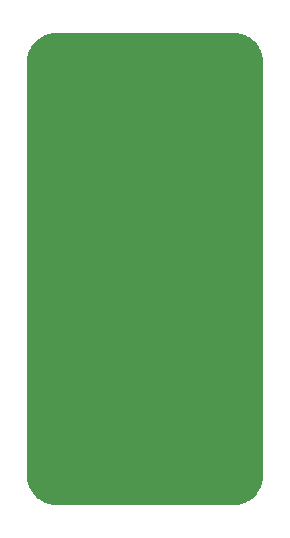
<source format=gbr>
%TF.GenerationSoftware,KiCad,Pcbnew,6.0.9+dfsg-1~bpo11+1*%
%TF.CreationDate,2022-11-11T15:12:30+01:00*%
%TF.ProjectId,013-prototype-board,3031332d-7072-46f7-946f-747970652d62,1*%
%TF.SameCoordinates,Original*%
%TF.FileFunction,Soldermask,Bot*%
%TF.FilePolarity,Negative*%
%FSLAX46Y46*%
G04 Gerber Fmt 4.6, Leading zero omitted, Abs format (unit mm)*
G04 Created by KiCad (PCBNEW 6.0.9+dfsg-1~bpo11+1) date 2022-11-11 15:12:30*
%MOMM*%
%LPD*%
G01*
G04 APERTURE LIST*
%ADD10C,3.400000*%
%ADD11C,1.400000*%
G04 APERTURE END LIST*
D10*
%TO.C,H2*%
X152500000Y-112500000D03*
%TD*%
D11*
%TO.C,REF\u002A\u002A*%
X157500000Y-97500000D03*
%TD*%
D10*
%TO.C,H1*%
X152500000Y-77500000D03*
%TD*%
%TO.C,H2*%
X152500000Y-97500000D03*
%TD*%
%TO.C,H4*%
X167500000Y-77500000D03*
%TD*%
D11*
%TO.C,REF\u002A\u002A*%
X157500000Y-77500000D03*
%TD*%
D10*
%TO.C,H2*%
X167500000Y-112500000D03*
%TD*%
%TO.C,H3*%
X167500000Y-97500000D03*
%TD*%
%TO.C,H3*%
X167500000Y-92500000D03*
%TD*%
%TO.C,H2*%
X152500000Y-92500000D03*
%TD*%
G36*
X167504119Y-75000270D02*
G01*
X167818073Y-75020848D01*
X167834413Y-75022999D01*
X168138950Y-75083574D01*
X168154871Y-75087840D01*
X168448888Y-75187646D01*
X168464114Y-75193953D01*
X168742592Y-75331283D01*
X168756866Y-75339524D01*
X169015034Y-75512027D01*
X169028109Y-75522060D01*
X169261557Y-75726788D01*
X169273212Y-75738443D01*
X169477940Y-75971891D01*
X169487973Y-75984966D01*
X169660476Y-76243134D01*
X169668717Y-76257408D01*
X169806047Y-76535886D01*
X169812354Y-76551112D01*
X169912160Y-76845129D01*
X169916426Y-76861050D01*
X169977001Y-77165587D01*
X169979152Y-77181927D01*
X169999730Y-77495881D01*
X170000000Y-77504122D01*
X170000000Y-112495878D01*
X169999730Y-112504119D01*
X169979152Y-112818073D01*
X169977001Y-112834413D01*
X169916426Y-113138950D01*
X169912160Y-113154871D01*
X169812354Y-113448888D01*
X169806047Y-113464114D01*
X169668717Y-113742592D01*
X169660476Y-113756866D01*
X169487973Y-114015034D01*
X169477940Y-114028109D01*
X169273212Y-114261557D01*
X169261557Y-114273212D01*
X169028109Y-114477940D01*
X169015034Y-114487973D01*
X168756866Y-114660476D01*
X168742592Y-114668717D01*
X168464114Y-114806047D01*
X168448888Y-114812354D01*
X168154871Y-114912160D01*
X168138950Y-114916426D01*
X167834413Y-114977001D01*
X167818073Y-114979152D01*
X167504119Y-114999730D01*
X167495878Y-115000000D01*
X152504122Y-115000000D01*
X152495881Y-114999730D01*
X152181927Y-114979152D01*
X152165587Y-114977001D01*
X151861050Y-114916426D01*
X151845129Y-114912160D01*
X151551112Y-114812354D01*
X151535886Y-114806047D01*
X151257408Y-114668717D01*
X151243134Y-114660476D01*
X150984966Y-114487973D01*
X150971891Y-114477940D01*
X150738443Y-114273212D01*
X150726788Y-114261557D01*
X150522060Y-114028109D01*
X150512027Y-114015034D01*
X150339524Y-113756866D01*
X150331283Y-113742592D01*
X150193953Y-113464114D01*
X150187646Y-113448888D01*
X150087840Y-113154871D01*
X150083574Y-113138950D01*
X150022999Y-112834413D01*
X150020848Y-112818073D01*
X150000270Y-112504119D01*
X150000000Y-112495878D01*
X150000000Y-77504122D01*
X150000270Y-77495881D01*
X150020848Y-77181927D01*
X150022999Y-77165587D01*
X150083574Y-76861050D01*
X150087840Y-76845129D01*
X150187646Y-76551112D01*
X150193953Y-76535886D01*
X150331283Y-76257408D01*
X150339524Y-76243134D01*
X150512027Y-75984966D01*
X150522060Y-75971891D01*
X150726788Y-75738443D01*
X150738443Y-75726788D01*
X150971891Y-75522060D01*
X150984966Y-75512027D01*
X151243134Y-75339524D01*
X151257408Y-75331283D01*
X151535886Y-75193953D01*
X151551112Y-75187646D01*
X151845129Y-75087840D01*
X151861050Y-75083574D01*
X152165587Y-75022999D01*
X152181927Y-75020848D01*
X152495881Y-75000270D01*
X152504122Y-75000000D01*
X167495878Y-75000000D01*
X167504119Y-75000270D01*
G37*
M02*

</source>
